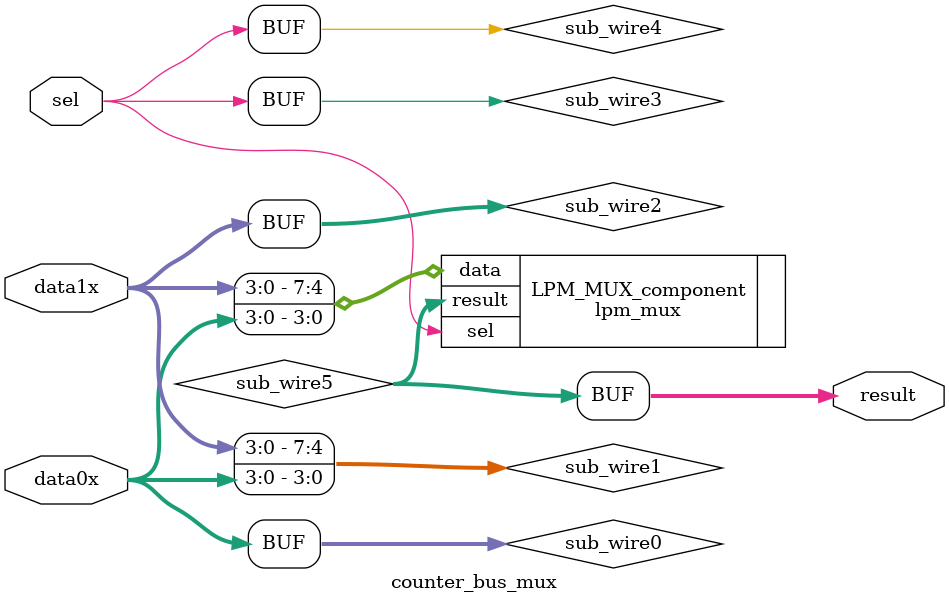
<source format=v>
module counter_bus_mux (
	data0x,
	data1x,
	sel,
	result);
	input	[3:0]  data0x;
	input	[3:0]  data1x;
	input	  sel;
	output	[3:0]  result;
	wire [3:0] sub_wire5;
	wire [3:0] sub_wire2 = data1x[3:0];
	wire [3:0] sub_wire0 = data0x[3:0];
	wire [7:0] sub_wire1 = {sub_wire2, sub_wire0};
	wire  sub_wire3 = sel;
	wire  sub_wire4 = sub_wire3;
	wire [3:0] result = sub_wire5[3:0];
	lpm_mux	LPM_MUX_component (
				.data (sub_wire1),
				.sel (sub_wire4),
				.result (sub_wire5)
				// synopsys translate_off
				,
				.aclr (),
				.clken (),
				.clock ()
				// synopsys translate_on
				);
	defparam
		LPM_MUX_component.lpm_size = 2,
		LPM_MUX_component.lpm_type = "LPM_MUX",
		LPM_MUX_component.lpm_width = 4,
		LPM_MUX_component.lpm_widths = 1;
endmodule
</source>
